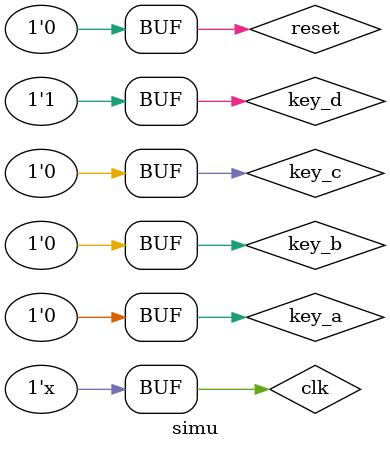
<source format=v>
`timescale 1ns / 1ps


module simu;

	// Inputs
	reg key_a;
	reg key_b;
	reg key_c;
	reg key_d;
	reg reset;
	reg clk;

	// Outputs
	wire clk2;
	wire [6:0] postion_state;
	wire [3:0] x;

	// Instantiate the Unit Under Test (UUT)
	digital_loc uut (
		.key_a(key_a), 
		.key_b(key_b), 
		.key_c(key_c), 
		.key_d(key_d), 
		.reset(reset), 
		.clk(clk), 
		.clk2(clk2), 
		.postion_state(postion_state), 
		.x(x)
	);

	always #5 clk=!clk;
	initial begin
		// Initialize Inputs
		key_a = 0;
		key_b = 0;
		key_c = 0;
		key_d = 0;
		reset = 0;
		clk = 0;

		// Wait 100 ns for global reset to finish
		#100;
      key_a = 1;
		key_b = 0;
		key_c = 0;
		key_d = 0;
		#10;
		key_a = 0;
		key_b = 0;
		key_c = 1;
		key_d = 0;
		#10;
		key_a = 1;
		key_b = 0;
		key_c = 0;
		key_d = 0;
		#10;
		key_a = 0;
		key_b = 1;
		key_c = 0;
		key_d = 0;
		#10;
		key_a = 0;
		key_b = 0;
		key_c = 1;
		key_d = 0;
		#10;
		key_a = 0;
		key_b = 0;
		key_c = 0;
		key_d = 1;
		#10;
		// Add stimulus here

	end
      
endmodule


</source>
